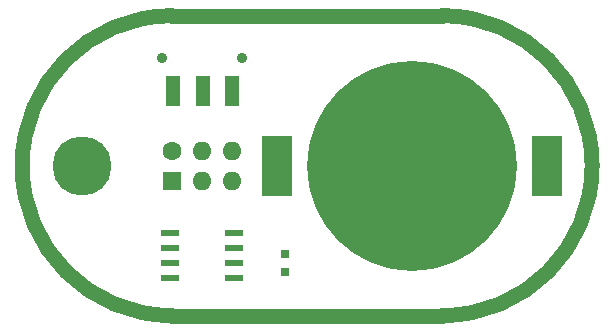
<source format=gbs>
G04 #@! TF.FileFunction,Soldermask,Bot*
%FSLAX46Y46*%
G04 Gerber Fmt 4.6, Leading zero omitted, Abs format (unit mm)*
G04 Created by KiCad (PCBNEW 4.0.7) date 07/09/18 10:37:14*
%MOMM*%
%LPD*%
G01*
G04 APERTURE LIST*
%ADD10C,0.100000*%
%ADD11C,1.270000*%
%ADD12C,17.780000*%
%ADD13R,2.540000X5.080000*%
%ADD14C,0.900000*%
%ADD15R,1.200000X2.500000*%
%ADD16C,1.600000*%
%ADD17R,1.600000X1.600000*%
%ADD18O,1.600000X1.600000*%
%ADD19C,5.000000*%
%ADD20R,0.750000X0.800000*%
%ADD21R,1.550000X0.600000*%
G04 APERTURE END LIST*
D10*
D11*
X154940000Y-92710000D02*
X177800000Y-92710000D01*
X177800000Y-118110000D02*
X154940000Y-118110000D01*
X177800000Y-118110000D02*
G75*
G03X190500000Y-105410000I0J12700000D01*
G01*
X190500000Y-105410000D02*
G75*
G03X177800000Y-92710000I-12700000J0D01*
G01*
X142240000Y-105410000D02*
G75*
G03X154940000Y-118110000I12700000J0D01*
G01*
X154940000Y-92710000D02*
G75*
G03X142240000Y-105410000I0J-12700000D01*
G01*
D12*
X175260000Y-105410000D03*
D13*
X163830000Y-105410000D03*
X186690000Y-105410000D03*
D14*
X160880000Y-96310000D03*
D15*
X154980000Y-99060000D03*
X157520000Y-99060000D03*
X159980000Y-99060000D03*
D14*
X154080000Y-96310000D03*
D16*
X154940000Y-104140000D03*
D17*
X154940000Y-106680000D03*
D18*
X157480000Y-104140000D03*
X157480000Y-106680000D03*
X160020000Y-104140000D03*
X160020000Y-106680000D03*
D19*
X147320000Y-105410000D03*
D20*
X164465000Y-114415000D03*
X164465000Y-112915000D03*
D21*
X154780000Y-114935000D03*
X154780000Y-113665000D03*
X154780000Y-112395000D03*
X154780000Y-111125000D03*
X160180000Y-111125000D03*
X160180000Y-112395000D03*
X160180000Y-113665000D03*
X160180000Y-114935000D03*
M02*

</source>
